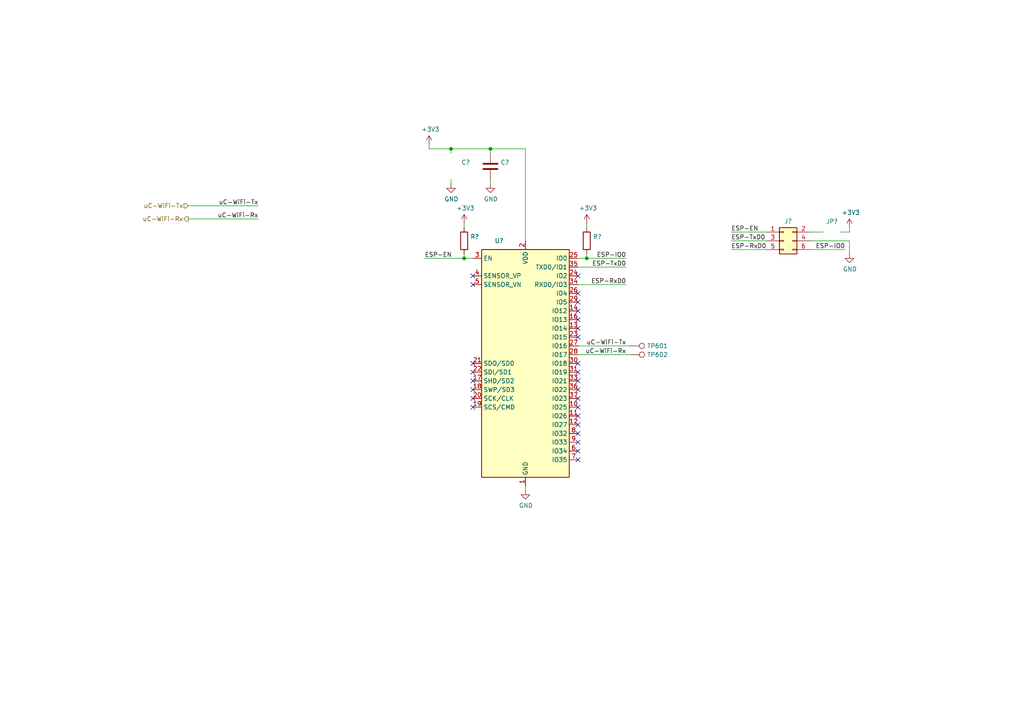
<source format=kicad_sch>
(kicad_sch (version 20211123) (generator eeschema)
  (paper "A4")
  (title_block (title "24 Clocks") (date "GITDATE") (rev "GITHASH") (company "Martin van Leussen"))
  (lib_symbols
    (symbol "24-clocks-rescue:ESP32-WROOM-32D-24-clocks"
      (property "Reference" "U" (at -12.7 34.29 0))
      (property "Value" "ESP32-WROOM-32D-24-clocks" (at 1.27 34.29 0))
      (symbol "ESP32-WROOM-32D-24-clocks_0_1"
        (rectangle (start -12.7 33.02) (end 12.7 -33.02) (stroke (width 0.254)) (fill (type background)))
      )
      (symbol "ESP32-WROOM-32D-24-clocks_1_1"
        (pin power_in line (at 0 -35.56 90) (length 2.54) (name "GND") (number "1"))
        (pin bidirectional line (at 15.24 -12.7 180) (length 2.54) (name "IO25") (number "10"))
        (pin bidirectional line (at 15.24 -15.24 180) (length 2.54) (name "IO26") (number "11"))
        (pin bidirectional line (at 15.24 -17.78 180) (length 2.54) (name "IO27") (number "12"))
        (pin bidirectional line (at 15.24 10.16 180) (length 2.54) (name "IO14") (number "13"))
        (pin bidirectional line (at 15.24 15.24 180) (length 2.54) (name "IO12") (number "14"))
        (pin passive line (at 0 -35.56 90) (length 2.54) hide (name "GND") (number "15"))
        (pin bidirectional line (at 15.24 12.7 180) (length 2.54) (name "IO13") (number "16"))
        (pin bidirectional line (at -15.24 -5.08 0) (length 2.54) (name "SHD/SD2") (number "17"))
        (pin bidirectional line (at -15.24 -7.62 0) (length 2.54) (name "SWP/SD3") (number "18"))
        (pin bidirectional line (at -15.24 -12.7 0) (length 2.54) (name "SCS/CMD") (number "19"))
        (pin power_in line (at 0 35.56 270) (length 2.54) (name "VDD") (number "2"))
        (pin bidirectional line (at -15.24 -10.16 0) (length 2.54) (name "SCK/CLK") (number "20"))
        (pin bidirectional line (at -15.24 0 0) (length 2.54) (name "SDO/SD0") (number "21"))
        (pin bidirectional line (at -15.24 -2.54 0) (length 2.54) (name "SDI/SD1") (number "22"))
        (pin bidirectional line (at 15.24 7.62 180) (length 2.54) (name "IO15") (number "23"))
        (pin bidirectional line (at 15.24 25.4 180) (length 2.54) (name "IO2") (number "24"))
        (pin bidirectional line (at 15.24 30.48 180) (length 2.54) (name "IO0") (number "25"))
        (pin bidirectional line (at 15.24 20.32 180) (length 2.54) (name "IO4") (number "26"))
        (pin bidirectional line (at 15.24 5.08 180) (length 2.54) (name "IO16") (number "27"))
        (pin bidirectional line (at 15.24 2.54 180) (length 2.54) (name "IO17") (number "28"))
        (pin bidirectional line (at 15.24 17.78 180) (length 2.54) (name "IO5") (number "29"))
        (pin input line (at -15.24 30.48 0) (length 2.54) (name "EN") (number "3"))
        (pin bidirectional line (at 15.24 0 180) (length 2.54) (name "IO18") (number "30"))
        (pin bidirectional line (at 15.24 -2.54 180) (length 2.54) (name "IO19") (number "31"))
        (pin no_connect line (at -12.7 -27.94 0) (length 2.54) hide (name "NC") (number "32"))
        (pin bidirectional line (at 15.24 -5.08 180) (length 2.54) (name "IO21") (number "33"))
        (pin bidirectional line (at 15.24 22.86 180) (length 2.54) (name "RXD0/IO3") (number "34"))
        (pin bidirectional line (at 15.24 27.94 180) (length 2.54) (name "TXD0/IO1") (number "35"))
        (pin bidirectional line (at 15.24 -7.62 180) (length 2.54) (name "IO22") (number "36"))
        (pin bidirectional line (at 15.24 -10.16 180) (length 2.54) (name "IO23") (number "37"))
        (pin passive line (at 0 -35.56 90) (length 2.54) hide (name "GND") (number "38"))
        (pin input line (at -15.24 25.4 0) (length 2.54) (name "SENSOR_VP") (number "4"))
        (pin input line (at -15.24 22.86 0) (length 2.54) (name "SENSOR_VN") (number "5"))
        (pin input line (at 15.24 -25.4 180) (length 2.54) (name "IO34") (number "6"))
        (pin input line (at 15.24 -27.94 180) (length 2.54) (name "IO35") (number "7"))
        (pin bidirectional line (at 15.24 -20.32 180) (length 2.54) (name "IO32") (number "8"))
        (pin bidirectional line (at 15.24 -22.86 180) (length 2.54) (name "IO33") (number "9"))
      )
    )
    (symbol "Connector:TestPoint" (pin_numbers hide) (pin_names (offset 0.762) hide)
      (property "Reference" "TP" (at 0 6.858 0))
      (property "Value" "TestPoint" (at 0 5.08 0))
      (symbol "TestPoint_0_1"
        (circle (center 0 3.302) (radius 0.762))
      )
      (symbol "TestPoint_1_1"
        (pin passive line (at 0 0 90) (length 2.54) (name "1") (number "1"))
      )
    )
    (symbol "Connector_Generic:Conn_02x03_Odd_Even" (pin_names (offset 1.016) hide)
      (property "Reference" "J" (at 1.27 5.08 0))
      (property "Value" "Conn_02x03_Odd_Even" (at 1.27 -5.08 0))
      (symbol "Conn_02x03_Odd_Even_1_1"
        (rectangle (start -1.27 -2.413) (end 0 -2.667) (stroke (width 0.1524)))
        (rectangle (start -1.27 0.127) (end 0 -0.127) (stroke (width 0.1524)))
        (rectangle (start -1.27 2.667) (end 0 2.413) (stroke (width 0.1524)))
        (rectangle (start -1.27 3.81) (end 3.81 -3.81) (stroke (width 0.254)) (fill (type background)))
        (rectangle (start 3.81 -2.413) (end 2.54 -2.667) (stroke (width 0.1524)))
        (rectangle (start 3.81 0.127) (end 2.54 -0.127) (stroke (width 0.1524)))
        (rectangle (start 3.81 2.667) (end 2.54 2.413) (stroke (width 0.1524)))
        (pin passive line (at -5.08 2.54 0) (length 3.81) (name "Pin_1") (number "1"))
        (pin passive line (at 7.62 2.54 180) (length 3.81) (name "Pin_2") (number "2"))
        (pin passive line (at -5.08 0 0) (length 3.81) (name "Pin_3") (number "3"))
        (pin passive line (at 7.62 0 180) (length 3.81) (name "Pin_4") (number "4"))
        (pin passive line (at -5.08 -2.54 0) (length 3.81) (name "Pin_5") (number "5"))
        (pin passive line (at 7.62 -2.54 180) (length 3.81) (name "Pin_6") (number "6"))
      )
    )
    (symbol "Device:C" (pin_numbers hide) (pin_names (offset 0.254))
      (property "Reference" "C" (at 0.635 2.54 0))
      (property "Value" "C" (at 0.635 -2.54 0))
      (symbol "C_0_1"
        (polyline (pts (xy -2.032 -0.762) (xy 2.032 -0.762)) (stroke (width 0.508)))
        (polyline (pts (xy -2.032 0.762) (xy 2.032 0.762)) (stroke (width 0.508)))
      )
      (symbol "C_1_1"
        (pin passive line (at 0 3.81 270) (length 2.794) (name "~") (number "1"))
        (pin passive line (at 0 -3.81 90) (length 2.794) (name "~") (number "2"))
      )
    )
    (symbol "Device:R" (pin_numbers hide) (pin_names (offset 0))
      (property "Reference" "R" (at 2.032 0 90))
      (property "Value" "R" (at 0 0 90))
      (symbol "R_0_1"
        (rectangle (start -1.016 -2.54) (end 1.016 2.54) (stroke (width 0.254)))
      )
      (symbol "R_1_1"
        (pin passive line (at 0 3.81 270) (length 1.27) (name "~") (number "1"))
        (pin passive line (at 0 -3.81 90) (length 1.27) (name "~") (number "2"))
      )
    )
    (symbol "power:+3V3" (power) (pin_names (offset 0))
      (property "Value" "+3V3" (at 0 3.556 0))
      (symbol "+3V3_0_1"
        (polyline (pts (xy -0.762 1.27) (xy 0 2.54)))
        (polyline (pts (xy 0 0) (xy 0 2.54)))
        (polyline (pts (xy 0 2.54) (xy 0.762 1.27)))
      )
      (symbol "+3V3_1_1"
        (pin power_in line (at 0 0 90) (length 0) hide (name "+3V3") (number "1"))
      )
    )
    (symbol "power:GND" (power) (pin_names (offset 0))
      (property "Value" "GND" (at 0 -3.81 0))
      (symbol "GND_0_1"
        (polyline (pts (xy 0 0) (xy 0 -1.27) (xy 1.27 -1.27) (xy 0 -2.54) (xy -1.27 -1.27) (xy 0 -1.27)))
      )
      (symbol "GND_1_1"
        (pin power_in line (at 0 0 270) (length 0) hide (name "GND") (number "1"))
      )
    )
  )
  (junction (at 130.81 43.18))
  (junction (at 170.18 74.93))
  (junction (at 142.24 43.18))
  (junction (at 134.62 74.93))
  (no_connect (at 167.64 107.95))
  (no_connect (at 137.16 80.01))
  (no_connect (at 167.64 115.57))
  (no_connect (at 167.64 123.19))
  (no_connect (at 167.64 118.11))
  (no_connect (at 167.64 85.09))
  (no_connect (at 167.64 80.01))
  (no_connect (at 167.64 130.81))
  (no_connect (at 137.16 118.11))
  (no_connect (at 167.64 105.41))
  (no_connect (at 137.16 113.03))
  (no_connect (at 167.64 133.35))
  (no_connect (at 137.16 105.41))
  (no_connect (at 167.64 110.49))
  (no_connect (at 137.16 110.49))
  (no_connect (at 167.64 97.79))
  (no_connect (at 137.16 82.55))
  (no_connect (at 167.64 113.03))
  (no_connect (at 167.64 95.25))
  (no_connect (at 167.64 87.63))
  (no_connect (at 167.64 90.17))
  (no_connect (at 167.64 128.27))
  (no_connect (at 137.16 115.57))
  (no_connect (at 137.16 107.95))
  (no_connect (at 167.64 120.65))
  (no_connect (at 167.64 125.73))
  (no_connect (at 167.64 92.71))
  (wire (pts (xy 134.62 64.77) (xy 134.62 66.04)))
  (wire (pts (xy 167.64 102.87) (xy 182.88 102.87)))
  (wire (pts (xy 130.81 43.18) (xy 142.24 43.18)))
  (wire (pts (xy 170.18 73.66) (xy 170.18 74.93)))
  (wire (pts (xy 142.24 44.45) (xy 142.24 43.18)))
  (wire (pts (xy 170.18 74.93) (xy 181.61 74.93)))
  (wire (pts (xy 134.62 74.93) (xy 123.19 74.93)))
  (wire (pts (xy 234.95 67.31) (xy 238.76 67.31)))
  (wire (pts (xy 134.62 73.66) (xy 134.62 74.93)))
  (wire (pts (xy 167.64 77.47) (xy 181.61 77.47)))
  (wire (pts (xy 130.81 44.45) (xy 130.81 43.18)))
  (wire (pts (xy 167.64 74.93) (xy 170.18 74.93)))
  (wire (pts (xy 222.25 67.31) (xy 212.09 67.31)))
  (wire (pts (xy 130.81 52.07) (xy 130.81 53.34)))
  (wire (pts (xy 152.4 140.97) (xy 152.4 142.24)))
  (wire (pts (xy 142.24 52.07) (xy 142.24 53.34)))
  (wire (pts (xy 246.38 69.85) (xy 246.38 73.66)))
  (wire (pts (xy 245.11 72.39) (xy 234.95 72.39)))
  (wire (pts (xy 246.38 66.04) (xy 246.38 67.31)))
  (wire (pts (xy 167.64 82.55) (xy 181.61 82.55)))
  (wire (pts (xy 54.61 59.69) (xy 74.93 59.69)))
  (wire (pts (xy 170.18 64.77) (xy 170.18 66.04)))
  (wire (pts (xy 243.84 67.31) (xy 246.38 67.31)))
  (wire (pts (xy 142.24 43.18) (xy 152.4 43.18)))
  (wire (pts (xy 137.16 74.93) (xy 134.62 74.93)))
  (wire (pts (xy 234.95 69.85) (xy 246.38 69.85)))
  (wire (pts (xy 167.64 100.33) (xy 182.88 100.33)))
  (wire (pts (xy 124.46 41.91) (xy 124.46 43.18)))
  (wire (pts (xy 152.4 43.18) (xy 152.4 69.85)))
  (wire (pts (xy 222.25 69.85) (xy 212.09 69.85)))
  (wire (pts (xy 54.61 63.5) (xy 74.93 63.5)))
  (wire (pts (xy 124.46 43.18) (xy 130.81 43.18)))
  (wire (pts (xy 222.25 72.39) (xy 212.09 72.39)))
  (label "ESP-EN" (at 212.09 67.31 0))
  (label "uC-WiFi-Rx" (at 74.93 63.5 180))
  (label "ESP-TxD0" (at 212.09 69.85 0))
  (label "ESP-TxD0" (at 181.61 77.47 180))
  (label "ESP-RxD0" (at 212.09 72.39 0))
  (label "uC-WiFi-Tx" (at 181.61 100.33 180))
  (label "ESP-EN" (at 123.19 74.93 0))
  (label "ESP-RxD0" (at 181.61 82.55 180))
  (label "ESP-IO0" (at 245.11 72.39 180))
  (label "uC-WiFi-Tx" (at 74.93 59.69 180))
  (label "uC-WiFi-Rx" (at 181.61 102.87 180))
  (label "ESP-IO0" (at 181.61 74.93 180))
  (hierarchical_label "uC-WiFi-Tx" (shape input) (at 54.61 59.69 180))
  (hierarchical_label "uC-WiFi-Rx" (shape output) (at 54.61 63.5 180))
  (symbol (lib_id "24-clocks-rescue:ESP32-WROOM-32D-24-clocks") (at 152.4 105.41 0) (unit 1)
    (property "Reference" "U?" (at 144.78 69.85 0))
    (property "Config" "-SLAVE" (effects hide))
  )
  (symbol (lib_id "power:+3V3") (at 134.62 64.77 0) (unit 1)
    (property "Reference" "#PWR?" (effects hide))
  )
  (symbol (lib_id "Device:R") (at 134.62 69.85 0) (unit 1)
    (property "Reference" "R?" (at 136.398 68.6816 0) (effects (justify left)))
    (property "Config" "-SLAVE" (effects hide))
  )
  (symbol (lib_id "power:+3V3") (at 170.18 64.77 0) (unit 1)
    (property "Reference" "#PWR?" (effects hide))
  )
  (symbol (lib_id "Device:R") (at 170.18 69.85 0) (unit 1)
    (property "Reference" "R?" (at 171.958 68.6816 0) (effects (justify left)))
    (property "Config" "-SLAVE" (effects hide))
  )
  (symbol (lib_id "power:+3V3") (at 124.46 41.91 0) (unit 1)
    (property "Reference" "#PWR?" (effects hide))
  )
  (symbol (lib_id "power:GND") (at 152.4 142.24 0) (unit 1)
    (property "Reference" "#PWR?" (effects hide))
  )
  (symbol (lib_id "Device:C") (at 142.24 48.26 0) (unit 1)
    (property "Reference" "C?" (at 145.161 47.0916 0) (effects (justify left)))
    (property "Config" "-SLAVE" (effects hide))
  )
  (symbol (lib_id "power:GND") (at 142.24 53.34 0) (unit 1)
    (property "Reference" "#PWR?" (effects hide))
  )
  (symbol (lib_id "power:GND") (at 130.81 53.34 0) (unit 1)
    (property "Reference" "#PWR?" (effects hide))
  )
  (symbol (lib_id "24-clocks-rescue:CP-Device") (at 130.81 48.26 0) (unit 1)
    (property "Reference" "C?" (at 133.8072 47.0916 0) (effects (justify left)))
    (property "Config" "-SLAVE" (effects hide))
  )
  (symbol (lib_id "Connector_Generic:Conn_02x03_Odd_Even") (at 227.33 69.85 0) (unit 1)
    (property "Reference" "J?" (at 228.6 64.135 0))
    (property "Config" "-SLAVE" (effects hide))
  )
  (symbol (lib_id "power:GND") (at 246.38 73.66 0) (unit 1)
    (property "Reference" "#PWR?" (effects hide))
  )
  (symbol (lib_id "power:+3V3") (at 246.38 66.04 0) (unit 1)
    (property "Reference" "#PWR?" (effects hide))
  )
  (symbol (lib_id "24-clocks-rescue:Jumper_NC_Small-Device") (at 241.3 67.31 0) (unit 1)
    (property "Reference" "JP?" (at 241.3 64.2366 0))
  )
  (symbol (lib_id "Connector:TestPoint") (at 182.88 100.33 270) (unit 1)
    (property "Reference" "TP601" (at 187.6552 100.33 90) (effects (justify left)))
  )
  (symbol (lib_id "Connector:TestPoint") (at 182.88 102.87 270) (unit 1)
    (property "Reference" "TP602" (at 187.6552 102.87 90) (effects (justify left)))
  )
)
</source>
